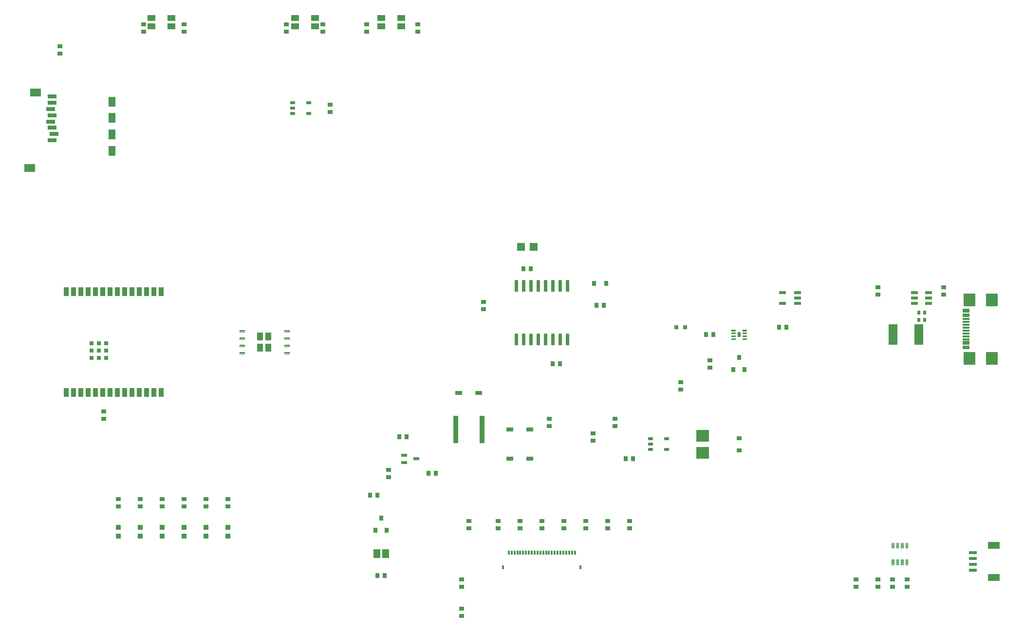
<source format=gbr>
G04 EAGLE Gerber RS-274X export*
G75*
%MOMM*%
%FSLAX34Y34*%
%LPD*%
%INSolderpaste Top*%
%IPPOS*%
%AMOC8*
5,1,8,0,0,1.08239X$1,22.5*%
G01*
G04 Define Apertures*
%ADD10R,0.900000X0.700000*%
%ADD11R,1.200000X0.600000*%
%ADD12R,1.150000X0.300000*%
%ADD13R,2.000000X2.180000*%
%ADD14R,0.535100X0.644000*%
%ADD15R,1.500000X3.600000*%
%ADD16R,1.200000X1.800000*%
%ADD17R,1.900000X1.400000*%
%ADD18R,1.500000X0.700000*%
%ADD19R,0.800000X0.900000*%
%ADD20R,0.900000X0.800000*%
%ADD21R,0.700000X0.900000*%
%ADD22R,0.900000X0.600000*%
%ADD23R,2.200000X2.000000*%
%ADD24R,0.900000X1.500000*%
%ADD25R,0.800000X0.800000*%
%ADD26R,1.168400X1.600200*%
%ADD27R,1.150000X0.800000*%
%ADD28R,1.050000X0.500000*%
%ADD29R,1.200000X0.550000*%
%ADD30R,0.300000X0.800000*%
%ADD31R,0.400000X0.800000*%
%ADD32C,0.125000*%
%ADD33R,1.400000X1.050000*%
%ADD34R,0.560000X0.820000*%
%ADD35C,0.067500*%
%ADD36C,0.147500*%
%ADD37R,1.400000X1.400000*%
%ADD38R,2.000000X1.200000*%
%ADD39R,1.350000X0.600000*%
%ADD40R,0.940000X0.970000*%
%ADD41R,1.010000X1.460000*%
%ADD42C,0.110000*%
%ADD43R,0.889000X4.826000*%
D10*
X1485900Y603100D03*
X1485900Y616100D03*
X1600200Y616100D03*
X1600200Y603100D03*
D11*
X1574600Y587400D03*
X1574600Y596900D03*
X1574600Y606400D03*
X1549600Y606400D03*
X1549600Y596900D03*
X1549600Y587400D03*
D12*
X1639620Y509500D03*
X1639620Y517500D03*
X1639620Y530500D03*
X1639620Y540500D03*
X1639620Y545500D03*
X1639620Y555500D03*
X1639620Y568500D03*
X1639620Y576500D03*
X1639620Y573500D03*
X1639620Y565500D03*
X1639620Y560500D03*
X1639620Y550500D03*
X1639620Y535500D03*
X1639620Y525500D03*
X1639620Y520500D03*
X1639620Y512500D03*
D13*
X1684670Y491900D03*
X1684670Y594100D03*
X1645370Y491900D03*
X1645370Y594100D03*
D14*
X1567175Y558800D03*
X1557025Y558800D03*
X1557025Y571500D03*
X1567175Y571500D03*
D15*
X1557580Y533400D03*
X1512580Y533400D03*
D16*
X154000Y853000D03*
X154000Y910000D03*
D17*
X11500Y823000D03*
X21500Y954500D03*
D18*
X50000Y871000D03*
X54000Y882000D03*
X50000Y893000D03*
X48000Y904000D03*
X50000Y915000D03*
X48000Y926000D03*
X50000Y937000D03*
X50000Y948000D03*
D16*
X154000Y881500D03*
X154000Y938500D03*
D10*
X63500Y1035200D03*
X63500Y1022200D03*
X1028700Y374500D03*
X1028700Y387500D03*
D19*
X1235100Y472600D03*
X1254100Y472600D03*
X1244600Y493600D03*
D20*
X1244600Y332400D03*
X1244600Y353400D03*
D21*
X1047600Y317500D03*
X1060600Y317500D03*
D22*
X1090900Y352400D03*
X1090900Y342900D03*
X1090900Y333400D03*
X1118900Y333400D03*
X1118900Y352400D03*
D10*
X990600Y349100D03*
X990600Y362100D03*
D23*
X1181100Y357900D03*
X1181100Y327900D03*
D24*
X74400Y433200D03*
X87100Y433200D03*
X99800Y433200D03*
X112500Y433200D03*
X125200Y433200D03*
X137900Y433200D03*
X150600Y433200D03*
X163300Y433200D03*
X176000Y433200D03*
X188700Y433200D03*
X201400Y433200D03*
X214100Y433200D03*
X226800Y433200D03*
X239500Y433200D03*
X239500Y608200D03*
X226800Y608200D03*
X214100Y608200D03*
X201400Y608200D03*
X188700Y608200D03*
X176000Y608200D03*
X163300Y608200D03*
X150600Y608200D03*
X137900Y608200D03*
X125200Y608200D03*
X112500Y608200D03*
X99800Y608200D03*
X87100Y608200D03*
X74400Y608200D03*
D25*
X131600Y505650D03*
X119100Y493150D03*
X119100Y505650D03*
X119100Y518150D03*
X131600Y493150D03*
X131600Y518150D03*
X144100Y493150D03*
X144100Y505650D03*
X144100Y518150D03*
D10*
X139700Y400200D03*
X139700Y387200D03*
D26*
X614680Y152400D03*
X629920Y152400D03*
D21*
X615800Y114300D03*
X628800Y114300D03*
D10*
X635000Y285600D03*
X635000Y298600D03*
X914400Y374500D03*
X914400Y387500D03*
D27*
X846100Y317500D03*
X881100Y317500D03*
X881100Y368300D03*
X846100Y368300D03*
X792200Y431800D03*
X757200Y431800D03*
D21*
X704700Y292100D03*
X717700Y292100D03*
D28*
X662600Y324000D03*
X662600Y311000D03*
X683600Y317500D03*
D21*
X653900Y355600D03*
X666900Y355600D03*
X1187300Y533400D03*
X1200300Y533400D03*
D25*
X1150500Y546100D03*
X1135500Y546100D03*
D10*
X1143000Y438000D03*
X1143000Y451000D03*
D29*
X1346501Y587400D03*
X1346501Y596900D03*
X1346501Y606400D03*
X1320499Y606400D03*
X1320499Y587400D03*
D21*
X1314300Y546100D03*
X1327300Y546100D03*
D10*
X1193800Y476100D03*
X1193800Y489100D03*
D30*
X959200Y154200D03*
X954200Y154200D03*
X949200Y154200D03*
X944200Y154200D03*
X939200Y154200D03*
X934200Y154200D03*
X929200Y154200D03*
X924200Y154200D03*
X919200Y154200D03*
X914200Y154200D03*
X909200Y154200D03*
X904200Y154200D03*
X899200Y154200D03*
X894200Y154200D03*
X889200Y154200D03*
X884200Y154200D03*
X879200Y154200D03*
X874200Y154200D03*
X869200Y154200D03*
X864200Y154200D03*
X859200Y154200D03*
X854200Y154200D03*
X849200Y154200D03*
X844200Y154200D03*
D31*
X969200Y129200D03*
X834200Y129200D03*
D10*
X1054100Y196700D03*
X1054100Y209700D03*
D21*
X603100Y254000D03*
X616100Y254000D03*
D19*
X612800Y193200D03*
X631800Y193200D03*
X622300Y214200D03*
D32*
X1513875Y171435D02*
X1513875Y162525D01*
X1510125Y162525D01*
X1510125Y171435D01*
X1513875Y171435D01*
X1513875Y163712D02*
X1510125Y163712D01*
X1510125Y164899D02*
X1513875Y164899D01*
X1513875Y166086D02*
X1510125Y166086D01*
X1510125Y167273D02*
X1513875Y167273D01*
X1513875Y168460D02*
X1510125Y168460D01*
X1510125Y169647D02*
X1513875Y169647D01*
X1513875Y170834D02*
X1510125Y170834D01*
X1521875Y171435D02*
X1521875Y162525D01*
X1518125Y162525D01*
X1518125Y171435D01*
X1521875Y171435D01*
X1521875Y163712D02*
X1518125Y163712D01*
X1518125Y164899D02*
X1521875Y164899D01*
X1521875Y166086D02*
X1518125Y166086D01*
X1518125Y167273D02*
X1521875Y167273D01*
X1521875Y168460D02*
X1518125Y168460D01*
X1518125Y169647D02*
X1521875Y169647D01*
X1521875Y170834D02*
X1518125Y170834D01*
X1529875Y171435D02*
X1529875Y162525D01*
X1526125Y162525D01*
X1526125Y171435D01*
X1529875Y171435D01*
X1529875Y163712D02*
X1526125Y163712D01*
X1526125Y164899D02*
X1529875Y164899D01*
X1529875Y166086D02*
X1526125Y166086D01*
X1526125Y167273D02*
X1529875Y167273D01*
X1529875Y168460D02*
X1526125Y168460D01*
X1526125Y169647D02*
X1529875Y169647D01*
X1529875Y170834D02*
X1526125Y170834D01*
X1537875Y171435D02*
X1537875Y162525D01*
X1534125Y162525D01*
X1534125Y171435D01*
X1537875Y171435D01*
X1537875Y163712D02*
X1534125Y163712D01*
X1534125Y164899D02*
X1537875Y164899D01*
X1537875Y166086D02*
X1534125Y166086D01*
X1534125Y167273D02*
X1537875Y167273D01*
X1537875Y168460D02*
X1534125Y168460D01*
X1534125Y169647D02*
X1537875Y169647D01*
X1537875Y170834D02*
X1534125Y170834D01*
X1538075Y142275D02*
X1538075Y133365D01*
X1534325Y133365D01*
X1534325Y142275D01*
X1538075Y142275D01*
X1538075Y134552D02*
X1534325Y134552D01*
X1534325Y135739D02*
X1538075Y135739D01*
X1538075Y136926D02*
X1534325Y136926D01*
X1534325Y138113D02*
X1538075Y138113D01*
X1538075Y139300D02*
X1534325Y139300D01*
X1534325Y140487D02*
X1538075Y140487D01*
X1538075Y141674D02*
X1534325Y141674D01*
X1529875Y142275D02*
X1529875Y133365D01*
X1526125Y133365D01*
X1526125Y142275D01*
X1529875Y142275D01*
X1529875Y134552D02*
X1526125Y134552D01*
X1526125Y135739D02*
X1529875Y135739D01*
X1529875Y136926D02*
X1526125Y136926D01*
X1526125Y138113D02*
X1529875Y138113D01*
X1529875Y139300D02*
X1526125Y139300D01*
X1526125Y140487D02*
X1529875Y140487D01*
X1529875Y141674D02*
X1526125Y141674D01*
X1521875Y142275D02*
X1521875Y133365D01*
X1518125Y133365D01*
X1518125Y142275D01*
X1521875Y142275D01*
X1521875Y134552D02*
X1518125Y134552D01*
X1518125Y135739D02*
X1521875Y135739D01*
X1521875Y136926D02*
X1518125Y136926D01*
X1518125Y138113D02*
X1521875Y138113D01*
X1521875Y139300D02*
X1518125Y139300D01*
X1518125Y140487D02*
X1521875Y140487D01*
X1521875Y141674D02*
X1518125Y141674D01*
X1513875Y142275D02*
X1513875Y133365D01*
X1510125Y133365D01*
X1510125Y142275D01*
X1513875Y142275D01*
X1513875Y134552D02*
X1510125Y134552D01*
X1510125Y135739D02*
X1513875Y135739D01*
X1513875Y136926D02*
X1510125Y136926D01*
X1510125Y138113D02*
X1513875Y138113D01*
X1513875Y139300D02*
X1510125Y139300D01*
X1510125Y140487D02*
X1513875Y140487D01*
X1513875Y141674D02*
X1510125Y141674D01*
D10*
X1536700Y108100D03*
X1536700Y95100D03*
X1511300Y108100D03*
X1511300Y95100D03*
X1485900Y108100D03*
X1485900Y95100D03*
X1447800Y108100D03*
X1447800Y95100D03*
X533400Y920600D03*
X533400Y933600D03*
D22*
X468600Y936600D03*
X468600Y927100D03*
X468600Y917600D03*
X496600Y917600D03*
X496600Y936600D03*
D10*
X457200Y1060300D03*
X457200Y1073300D03*
D33*
X507500Y1084188D03*
X472500Y1084188D03*
X472500Y1069188D03*
X507500Y1069188D03*
D10*
X520700Y1060300D03*
X520700Y1073300D03*
X209730Y1060300D03*
X209730Y1073300D03*
D33*
X657500Y1084188D03*
X622500Y1084188D03*
X622500Y1069188D03*
X657500Y1069188D03*
D10*
X279400Y1060300D03*
X279400Y1073300D03*
X596900Y1060300D03*
X596900Y1073300D03*
D33*
X257500Y1084188D03*
X222500Y1084188D03*
X222500Y1069188D03*
X257500Y1069188D03*
D10*
X685800Y1060300D03*
X685800Y1073300D03*
D34*
X1244600Y533400D03*
D35*
X1238213Y539887D02*
X1231287Y539887D01*
X1231287Y541913D01*
X1238213Y541913D01*
X1238213Y539887D01*
X1238213Y540528D02*
X1231287Y540528D01*
X1231287Y541169D02*
X1238213Y541169D01*
X1238213Y541810D02*
X1231287Y541810D01*
X1231287Y534887D02*
X1238213Y534887D01*
X1231287Y534887D02*
X1231287Y536913D01*
X1238213Y536913D01*
X1238213Y534887D01*
X1238213Y535528D02*
X1231287Y535528D01*
X1231287Y536169D02*
X1238213Y536169D01*
X1238213Y536810D02*
X1231287Y536810D01*
X1231287Y529887D02*
X1238213Y529887D01*
X1231287Y529887D02*
X1231287Y531913D01*
X1238213Y531913D01*
X1238213Y529887D01*
X1238213Y530528D02*
X1231287Y530528D01*
X1231287Y531169D02*
X1238213Y531169D01*
X1238213Y531810D02*
X1231287Y531810D01*
X1231287Y524887D02*
X1238213Y524887D01*
X1231287Y524887D02*
X1231287Y526913D01*
X1238213Y526913D01*
X1238213Y524887D01*
X1238213Y525528D02*
X1231287Y525528D01*
X1231287Y526169D02*
X1238213Y526169D01*
X1238213Y526810D02*
X1231287Y526810D01*
X1250987Y524887D02*
X1257913Y524887D01*
X1250987Y524887D02*
X1250987Y526913D01*
X1257913Y526913D01*
X1257913Y524887D01*
X1257913Y525528D02*
X1250987Y525528D01*
X1250987Y526169D02*
X1257913Y526169D01*
X1257913Y526810D02*
X1250987Y526810D01*
X1250987Y529887D02*
X1257913Y529887D01*
X1250987Y529887D02*
X1250987Y531913D01*
X1257913Y531913D01*
X1257913Y529887D01*
X1257913Y530528D02*
X1250987Y530528D01*
X1250987Y531169D02*
X1257913Y531169D01*
X1257913Y531810D02*
X1250987Y531810D01*
X1250987Y534887D02*
X1257913Y534887D01*
X1250987Y534887D02*
X1250987Y536913D01*
X1257913Y536913D01*
X1257913Y534887D01*
X1257913Y535528D02*
X1250987Y535528D01*
X1250987Y536169D02*
X1257913Y536169D01*
X1257913Y536810D02*
X1250987Y536810D01*
X1250987Y539887D02*
X1257913Y539887D01*
X1250987Y539887D02*
X1250987Y541913D01*
X1257913Y541913D01*
X1257913Y539887D01*
X1257913Y540528D02*
X1250987Y540528D01*
X1250987Y541169D02*
X1257913Y541169D01*
X1257913Y541810D02*
X1250987Y541810D01*
D36*
X943937Y608537D02*
X943937Y627563D01*
X948363Y627563D01*
X948363Y608537D01*
X943937Y608537D01*
X943937Y609938D02*
X948363Y609938D01*
X948363Y611339D02*
X943937Y611339D01*
X943937Y612740D02*
X948363Y612740D01*
X948363Y614141D02*
X943937Y614141D01*
X943937Y615542D02*
X948363Y615542D01*
X948363Y616943D02*
X943937Y616943D01*
X943937Y618344D02*
X948363Y618344D01*
X948363Y619745D02*
X943937Y619745D01*
X943937Y621146D02*
X948363Y621146D01*
X948363Y622547D02*
X943937Y622547D01*
X943937Y623948D02*
X948363Y623948D01*
X948363Y625349D02*
X943937Y625349D01*
X943937Y626750D02*
X948363Y626750D01*
X931237Y627563D02*
X931237Y608537D01*
X931237Y627563D02*
X935663Y627563D01*
X935663Y608537D01*
X931237Y608537D01*
X931237Y609938D02*
X935663Y609938D01*
X935663Y611339D02*
X931237Y611339D01*
X931237Y612740D02*
X935663Y612740D01*
X935663Y614141D02*
X931237Y614141D01*
X931237Y615542D02*
X935663Y615542D01*
X935663Y616943D02*
X931237Y616943D01*
X931237Y618344D02*
X935663Y618344D01*
X935663Y619745D02*
X931237Y619745D01*
X931237Y621146D02*
X935663Y621146D01*
X935663Y622547D02*
X931237Y622547D01*
X931237Y623948D02*
X935663Y623948D01*
X935663Y625349D02*
X931237Y625349D01*
X931237Y626750D02*
X935663Y626750D01*
X918537Y627563D02*
X918537Y608537D01*
X918537Y627563D02*
X922963Y627563D01*
X922963Y608537D01*
X918537Y608537D01*
X918537Y609938D02*
X922963Y609938D01*
X922963Y611339D02*
X918537Y611339D01*
X918537Y612740D02*
X922963Y612740D01*
X922963Y614141D02*
X918537Y614141D01*
X918537Y615542D02*
X922963Y615542D01*
X922963Y616943D02*
X918537Y616943D01*
X918537Y618344D02*
X922963Y618344D01*
X922963Y619745D02*
X918537Y619745D01*
X918537Y621146D02*
X922963Y621146D01*
X922963Y622547D02*
X918537Y622547D01*
X918537Y623948D02*
X922963Y623948D01*
X922963Y625349D02*
X918537Y625349D01*
X918537Y626750D02*
X922963Y626750D01*
X905837Y627563D02*
X905837Y608537D01*
X905837Y627563D02*
X910263Y627563D01*
X910263Y608537D01*
X905837Y608537D01*
X905837Y609938D02*
X910263Y609938D01*
X910263Y611339D02*
X905837Y611339D01*
X905837Y612740D02*
X910263Y612740D01*
X910263Y614141D02*
X905837Y614141D01*
X905837Y615542D02*
X910263Y615542D01*
X910263Y616943D02*
X905837Y616943D01*
X905837Y618344D02*
X910263Y618344D01*
X910263Y619745D02*
X905837Y619745D01*
X905837Y621146D02*
X910263Y621146D01*
X910263Y622547D02*
X905837Y622547D01*
X905837Y623948D02*
X910263Y623948D01*
X910263Y625349D02*
X905837Y625349D01*
X905837Y626750D02*
X910263Y626750D01*
X893137Y627563D02*
X893137Y608537D01*
X893137Y627563D02*
X897563Y627563D01*
X897563Y608537D01*
X893137Y608537D01*
X893137Y609938D02*
X897563Y609938D01*
X897563Y611339D02*
X893137Y611339D01*
X893137Y612740D02*
X897563Y612740D01*
X897563Y614141D02*
X893137Y614141D01*
X893137Y615542D02*
X897563Y615542D01*
X897563Y616943D02*
X893137Y616943D01*
X893137Y618344D02*
X897563Y618344D01*
X897563Y619745D02*
X893137Y619745D01*
X893137Y621146D02*
X897563Y621146D01*
X897563Y622547D02*
X893137Y622547D01*
X893137Y623948D02*
X897563Y623948D01*
X897563Y625349D02*
X893137Y625349D01*
X893137Y626750D02*
X897563Y626750D01*
X880437Y627563D02*
X880437Y608537D01*
X880437Y627563D02*
X884863Y627563D01*
X884863Y608537D01*
X880437Y608537D01*
X880437Y609938D02*
X884863Y609938D01*
X884863Y611339D02*
X880437Y611339D01*
X880437Y612740D02*
X884863Y612740D01*
X884863Y614141D02*
X880437Y614141D01*
X880437Y615542D02*
X884863Y615542D01*
X884863Y616943D02*
X880437Y616943D01*
X880437Y618344D02*
X884863Y618344D01*
X884863Y619745D02*
X880437Y619745D01*
X880437Y621146D02*
X884863Y621146D01*
X884863Y622547D02*
X880437Y622547D01*
X880437Y623948D02*
X884863Y623948D01*
X884863Y625349D02*
X880437Y625349D01*
X880437Y626750D02*
X884863Y626750D01*
X867737Y627563D02*
X867737Y608537D01*
X867737Y627563D02*
X872163Y627563D01*
X872163Y608537D01*
X867737Y608537D01*
X867737Y609938D02*
X872163Y609938D01*
X872163Y611339D02*
X867737Y611339D01*
X867737Y612740D02*
X872163Y612740D01*
X872163Y614141D02*
X867737Y614141D01*
X867737Y615542D02*
X872163Y615542D01*
X872163Y616943D02*
X867737Y616943D01*
X867737Y618344D02*
X872163Y618344D01*
X872163Y619745D02*
X867737Y619745D01*
X867737Y621146D02*
X872163Y621146D01*
X872163Y622547D02*
X867737Y622547D01*
X867737Y623948D02*
X872163Y623948D01*
X872163Y625349D02*
X867737Y625349D01*
X867737Y626750D02*
X872163Y626750D01*
X855037Y627563D02*
X855037Y608537D01*
X855037Y627563D02*
X859463Y627563D01*
X859463Y608537D01*
X855037Y608537D01*
X855037Y609938D02*
X859463Y609938D01*
X859463Y611339D02*
X855037Y611339D01*
X855037Y612740D02*
X859463Y612740D01*
X859463Y614141D02*
X855037Y614141D01*
X855037Y615542D02*
X859463Y615542D01*
X859463Y616943D02*
X855037Y616943D01*
X855037Y618344D02*
X859463Y618344D01*
X859463Y619745D02*
X855037Y619745D01*
X855037Y621146D02*
X859463Y621146D01*
X859463Y622547D02*
X855037Y622547D01*
X855037Y623948D02*
X859463Y623948D01*
X859463Y625349D02*
X855037Y625349D01*
X855037Y626750D02*
X859463Y626750D01*
X855037Y534463D02*
X855037Y515437D01*
X855037Y534463D02*
X859463Y534463D01*
X859463Y515437D01*
X855037Y515437D01*
X855037Y516838D02*
X859463Y516838D01*
X859463Y518239D02*
X855037Y518239D01*
X855037Y519640D02*
X859463Y519640D01*
X859463Y521041D02*
X855037Y521041D01*
X855037Y522442D02*
X859463Y522442D01*
X859463Y523843D02*
X855037Y523843D01*
X855037Y525244D02*
X859463Y525244D01*
X859463Y526645D02*
X855037Y526645D01*
X855037Y528046D02*
X859463Y528046D01*
X859463Y529447D02*
X855037Y529447D01*
X855037Y530848D02*
X859463Y530848D01*
X859463Y532249D02*
X855037Y532249D01*
X855037Y533650D02*
X859463Y533650D01*
X867737Y534463D02*
X867737Y515437D01*
X867737Y534463D02*
X872163Y534463D01*
X872163Y515437D01*
X867737Y515437D01*
X867737Y516838D02*
X872163Y516838D01*
X872163Y518239D02*
X867737Y518239D01*
X867737Y519640D02*
X872163Y519640D01*
X872163Y521041D02*
X867737Y521041D01*
X867737Y522442D02*
X872163Y522442D01*
X872163Y523843D02*
X867737Y523843D01*
X867737Y525244D02*
X872163Y525244D01*
X872163Y526645D02*
X867737Y526645D01*
X867737Y528046D02*
X872163Y528046D01*
X872163Y529447D02*
X867737Y529447D01*
X867737Y530848D02*
X872163Y530848D01*
X872163Y532249D02*
X867737Y532249D01*
X867737Y533650D02*
X872163Y533650D01*
X880437Y534463D02*
X880437Y515437D01*
X880437Y534463D02*
X884863Y534463D01*
X884863Y515437D01*
X880437Y515437D01*
X880437Y516838D02*
X884863Y516838D01*
X884863Y518239D02*
X880437Y518239D01*
X880437Y519640D02*
X884863Y519640D01*
X884863Y521041D02*
X880437Y521041D01*
X880437Y522442D02*
X884863Y522442D01*
X884863Y523843D02*
X880437Y523843D01*
X880437Y525244D02*
X884863Y525244D01*
X884863Y526645D02*
X880437Y526645D01*
X880437Y528046D02*
X884863Y528046D01*
X884863Y529447D02*
X880437Y529447D01*
X880437Y530848D02*
X884863Y530848D01*
X884863Y532249D02*
X880437Y532249D01*
X880437Y533650D02*
X884863Y533650D01*
X893137Y534463D02*
X893137Y515437D01*
X893137Y534463D02*
X897563Y534463D01*
X897563Y515437D01*
X893137Y515437D01*
X893137Y516838D02*
X897563Y516838D01*
X897563Y518239D02*
X893137Y518239D01*
X893137Y519640D02*
X897563Y519640D01*
X897563Y521041D02*
X893137Y521041D01*
X893137Y522442D02*
X897563Y522442D01*
X897563Y523843D02*
X893137Y523843D01*
X893137Y525244D02*
X897563Y525244D01*
X897563Y526645D02*
X893137Y526645D01*
X893137Y528046D02*
X897563Y528046D01*
X897563Y529447D02*
X893137Y529447D01*
X893137Y530848D02*
X897563Y530848D01*
X897563Y532249D02*
X893137Y532249D01*
X893137Y533650D02*
X897563Y533650D01*
X905837Y534463D02*
X905837Y515437D01*
X905837Y534463D02*
X910263Y534463D01*
X910263Y515437D01*
X905837Y515437D01*
X905837Y516838D02*
X910263Y516838D01*
X910263Y518239D02*
X905837Y518239D01*
X905837Y519640D02*
X910263Y519640D01*
X910263Y521041D02*
X905837Y521041D01*
X905837Y522442D02*
X910263Y522442D01*
X910263Y523843D02*
X905837Y523843D01*
X905837Y525244D02*
X910263Y525244D01*
X910263Y526645D02*
X905837Y526645D01*
X905837Y528046D02*
X910263Y528046D01*
X910263Y529447D02*
X905837Y529447D01*
X905837Y530848D02*
X910263Y530848D01*
X910263Y532249D02*
X905837Y532249D01*
X905837Y533650D02*
X910263Y533650D01*
X918537Y534463D02*
X918537Y515437D01*
X918537Y534463D02*
X922963Y534463D01*
X922963Y515437D01*
X918537Y515437D01*
X918537Y516838D02*
X922963Y516838D01*
X922963Y518239D02*
X918537Y518239D01*
X918537Y519640D02*
X922963Y519640D01*
X922963Y521041D02*
X918537Y521041D01*
X918537Y522442D02*
X922963Y522442D01*
X922963Y523843D02*
X918537Y523843D01*
X918537Y525244D02*
X922963Y525244D01*
X922963Y526645D02*
X918537Y526645D01*
X918537Y528046D02*
X922963Y528046D01*
X922963Y529447D02*
X918537Y529447D01*
X918537Y530848D02*
X922963Y530848D01*
X922963Y532249D02*
X918537Y532249D01*
X918537Y533650D02*
X922963Y533650D01*
X931237Y534463D02*
X931237Y515437D01*
X931237Y534463D02*
X935663Y534463D01*
X935663Y515437D01*
X931237Y515437D01*
X931237Y516838D02*
X935663Y516838D01*
X935663Y518239D02*
X931237Y518239D01*
X931237Y519640D02*
X935663Y519640D01*
X935663Y521041D02*
X931237Y521041D01*
X931237Y522442D02*
X935663Y522442D01*
X935663Y523843D02*
X931237Y523843D01*
X931237Y525244D02*
X935663Y525244D01*
X935663Y526645D02*
X931237Y526645D01*
X931237Y528046D02*
X935663Y528046D01*
X935663Y529447D02*
X931237Y529447D01*
X931237Y530848D02*
X935663Y530848D01*
X935663Y532249D02*
X931237Y532249D01*
X931237Y533650D02*
X935663Y533650D01*
X943937Y534463D02*
X943937Y515437D01*
X943937Y534463D02*
X948363Y534463D01*
X948363Y515437D01*
X943937Y515437D01*
X943937Y516838D02*
X948363Y516838D01*
X948363Y518239D02*
X943937Y518239D01*
X943937Y519640D02*
X948363Y519640D01*
X948363Y521041D02*
X943937Y521041D01*
X943937Y522442D02*
X948363Y522442D01*
X948363Y523843D02*
X943937Y523843D01*
X943937Y525244D02*
X948363Y525244D01*
X948363Y526645D02*
X943937Y526645D01*
X943937Y528046D02*
X948363Y528046D01*
X948363Y529447D02*
X943937Y529447D01*
X943937Y530848D02*
X948363Y530848D01*
X948363Y532249D02*
X943937Y532249D01*
X943937Y533650D02*
X948363Y533650D01*
D19*
X992800Y622300D03*
X1013800Y622300D03*
D21*
X996800Y584200D03*
X1009800Y584200D03*
D10*
X800100Y577700D03*
X800100Y590700D03*
D37*
X887300Y685800D03*
X865300Y685800D03*
D21*
X882800Y647700D03*
X869800Y647700D03*
X920600Y482600D03*
X933600Y482600D03*
D38*
X1687750Y111000D03*
X1687750Y167000D03*
D39*
X1651000Y124000D03*
X1651000Y134000D03*
X1651000Y144000D03*
X1651000Y154000D03*
D40*
X165100Y183000D03*
X165100Y198000D03*
D10*
X165100Y234800D03*
X165100Y247800D03*
X1016000Y196700D03*
X1016000Y209700D03*
X977900Y196700D03*
X977900Y209700D03*
X939800Y196700D03*
X939800Y209700D03*
X901700Y196700D03*
X901700Y209700D03*
X863600Y196700D03*
X863600Y209700D03*
X825500Y196700D03*
X825500Y209700D03*
X774700Y196700D03*
X774700Y209700D03*
X762000Y95100D03*
X762000Y108100D03*
X762000Y44300D03*
X762000Y57300D03*
X203200Y234800D03*
X203200Y247800D03*
D40*
X203200Y183000D03*
X203200Y198000D03*
D10*
X241300Y234800D03*
X241300Y247800D03*
X317500Y234800D03*
X317500Y247800D03*
X355600Y234800D03*
X355600Y247800D03*
X279400Y234800D03*
X279400Y247800D03*
D40*
X317500Y183000D03*
X317500Y198000D03*
X355600Y183000D03*
X355600Y198000D03*
X279400Y183000D03*
X279400Y198000D03*
X241300Y183000D03*
X241300Y198000D03*
D41*
X411750Y530300D03*
X426450Y530300D03*
X411750Y511100D03*
X426450Y511100D03*
D42*
X384300Y538100D02*
X376000Y538100D01*
X376000Y541400D01*
X384300Y541400D01*
X384300Y538100D01*
X384300Y539145D02*
X376000Y539145D01*
X376000Y540190D02*
X384300Y540190D01*
X384300Y541235D02*
X376000Y541235D01*
X376000Y525400D02*
X384300Y525400D01*
X376000Y525400D02*
X376000Y528700D01*
X384300Y528700D01*
X384300Y525400D01*
X384300Y526445D02*
X376000Y526445D01*
X376000Y527490D02*
X384300Y527490D01*
X384300Y528535D02*
X376000Y528535D01*
X376000Y512700D02*
X384300Y512700D01*
X376000Y512700D02*
X376000Y516000D01*
X384300Y516000D01*
X384300Y512700D01*
X384300Y513745D02*
X376000Y513745D01*
X376000Y514790D02*
X384300Y514790D01*
X384300Y515835D02*
X376000Y515835D01*
X376000Y500000D02*
X384300Y500000D01*
X376000Y500000D02*
X376000Y503300D01*
X384300Y503300D01*
X384300Y500000D01*
X384300Y501045D02*
X376000Y501045D01*
X376000Y502090D02*
X384300Y502090D01*
X384300Y503135D02*
X376000Y503135D01*
X453900Y500000D02*
X462200Y500000D01*
X453900Y500000D02*
X453900Y503300D01*
X462200Y503300D01*
X462200Y500000D01*
X462200Y501045D02*
X453900Y501045D01*
X453900Y502090D02*
X462200Y502090D01*
X462200Y503135D02*
X453900Y503135D01*
X453900Y512700D02*
X462200Y512700D01*
X453900Y512700D02*
X453900Y516000D01*
X462200Y516000D01*
X462200Y512700D01*
X462200Y513745D02*
X453900Y513745D01*
X453900Y514790D02*
X462200Y514790D01*
X462200Y515835D02*
X453900Y515835D01*
X453900Y525400D02*
X462200Y525400D01*
X453900Y525400D02*
X453900Y528700D01*
X462200Y528700D01*
X462200Y525400D01*
X462200Y526445D02*
X453900Y526445D01*
X453900Y527490D02*
X462200Y527490D01*
X462200Y528535D02*
X453900Y528535D01*
X453900Y538100D02*
X462200Y538100D01*
X453900Y538100D02*
X453900Y541400D01*
X462200Y541400D01*
X462200Y538100D01*
X462200Y539145D02*
X453900Y539145D01*
X453900Y540190D02*
X462200Y540190D01*
X462200Y541235D02*
X453900Y541235D01*
D43*
X751840Y368300D03*
X797560Y368300D03*
M02*

</source>
